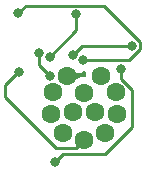
<source format=gbr>
%TF.GenerationSoftware,KiCad,Pcbnew,7.0.10*%
%TF.CreationDate,2024-04-07T04:02:17-04:00*%
%TF.ProjectId,mainbox_peripheral_steering_wheel,6d61696e-626f-4785-9f70-657269706865,rev?*%
%TF.SameCoordinates,Original*%
%TF.FileFunction,Copper,L2,Bot*%
%TF.FilePolarity,Positive*%
%FSLAX46Y46*%
G04 Gerber Fmt 4.6, Leading zero omitted, Abs format (unit mm)*
G04 Created by KiCad (PCBNEW 7.0.10) date 2024-04-07 04:02:17*
%MOMM*%
%LPD*%
G01*
G04 APERTURE LIST*
%TA.AperFunction,ComponentPad*%
%ADD10C,1.600000*%
%TD*%
%TA.AperFunction,ViaPad*%
%ADD11C,0.800000*%
%TD*%
%TA.AperFunction,Conductor*%
%ADD12C,0.250000*%
%TD*%
G04 APERTURE END LIST*
D10*
%TO.P,J3,1,1*%
%TO.N,S45*%
X138111068Y-96265959D03*
%TO.P,J3,2,2*%
%TO.N,GND*%
X135255000Y-96266000D03*
%TO.P,J3,3,3*%
%TO.N,S25*%
X134011055Y-97662609D03*
%TO.P,J3,4,4*%
%TO.N,SDA5*%
X133878506Y-99528347D03*
%TO.P,J3,5,5*%
%TO.N,doutlcd5*%
X134912673Y-101086961D03*
%TO.P,J3,6,6*%
%TO.N,S35*%
X136683040Y-101689895D03*
%TO.P,J3,7,7*%
%TO.N,SCL5*%
X138453408Y-101086961D03*
%TO.P,J3,8,8*%
%TO.N,S15*%
X139487574Y-99528347D03*
%TO.P,J3,9,9*%
%TO.N,unconnected-(J3-Pad9)*%
X139355026Y-97662609D03*
%TO.P,J3,10,10*%
%TO.N,unconnected-(J3-Pad10)*%
X136683040Y-97689993D03*
%TO.P,J3,11,11*%
%TO.N,unconnected-(J3-Pad11)*%
X135730413Y-99339990D03*
%TO.P,J3,12,12*%
%TO.N,unconnected-(J3-Pad12)*%
X137635668Y-99339990D03*
%TD*%
D11*
%TO.N,doutlcd5*%
X139830000Y-95665000D03*
%TO.N,S45*%
X131110000Y-90960000D03*
X136620000Y-94940000D03*
%TO.N,S25*%
X132830000Y-94350000D03*
X133762653Y-96252653D03*
%TO.N,SDA5*%
X133773548Y-94681245D03*
X136040000Y-91042500D03*
%TO.N,SCL5*%
X135710000Y-94490000D03*
X140713107Y-93706893D03*
%TO.N,S35*%
X131140000Y-95910000D03*
%TO.N,doutlcd5*%
X134213600Y-103581200D03*
%TD*%
D12*
%TO.N,SDA5*%
X136040000Y-92414793D02*
X136040000Y-91042500D01*
X133773548Y-94681245D02*
X136040000Y-92414793D01*
%TO.N,S25*%
X133762653Y-96252653D02*
X132830000Y-95320000D01*
X132830000Y-95320000D02*
X132830000Y-94350000D01*
%TO.N,doutlcd5*%
X134874041Y-102920759D02*
X134213600Y-103581200D01*
X138430041Y-102920759D02*
X134874041Y-102920759D01*
X140716000Y-97432592D02*
X140716000Y-100634800D01*
X139830000Y-95665000D02*
X139830000Y-96546592D01*
X139830000Y-96546592D02*
X140716000Y-97432592D01*
X140716000Y-100634800D02*
X138430041Y-102920759D01*
%TO.N,S45*%
X138349019Y-90317500D02*
X131752500Y-90317500D01*
X141438107Y-93406588D02*
X138349019Y-90317500D01*
X140505305Y-94940000D02*
X141438107Y-94007198D01*
X141438107Y-94007198D02*
X141438107Y-93406588D01*
X131752500Y-90317500D02*
X131110000Y-90960000D01*
X136620000Y-94940000D02*
X140505305Y-94940000D01*
%TO.N,SCL5*%
X140713107Y-93706893D02*
X136493107Y-93706893D01*
X136493107Y-93706893D02*
X135710000Y-94490000D01*
%TO.N,S35*%
X131130000Y-95910000D02*
X131140000Y-95910000D01*
X130180000Y-96860000D02*
X131130000Y-95910000D01*
X129983068Y-97056932D02*
X130180000Y-96860000D01*
X129983068Y-98080668D02*
X129983068Y-97056932D01*
X135960135Y-102412800D02*
X136683040Y-101689895D01*
X134315200Y-102412800D02*
X135960135Y-102412800D01*
X129983068Y-98080668D02*
X134315200Y-102412800D01*
%TD*%
%TA.AperFunction,Conductor*%
%TO.N,GND*%
G36*
X136784131Y-95860185D02*
G01*
X136829886Y-95912989D01*
X136839830Y-95982147D01*
X136836867Y-95996592D01*
X136825435Y-96039258D01*
X136825432Y-96039272D01*
X136805130Y-96271332D01*
X136779678Y-96336401D01*
X136723087Y-96377380D01*
X136688372Y-96383358D01*
X136688433Y-96384053D01*
X136456353Y-96404357D01*
X136456342Y-96404359D01*
X136236551Y-96463251D01*
X136236542Y-96463254D01*
X136171031Y-96493803D01*
X136148344Y-96504382D01*
X136095941Y-96516000D01*
X135874815Y-96516000D01*
X135881352Y-96503544D01*
X135920000Y-96346746D01*
X135920000Y-96185254D01*
X135881352Y-96028456D01*
X135874815Y-96016000D01*
X136533872Y-96016000D01*
X136533871Y-96015999D01*
X136528672Y-95996594D01*
X136530335Y-95926744D01*
X136569497Y-95868881D01*
X136633726Y-95841377D01*
X136648447Y-95840500D01*
X136717092Y-95840500D01*
X136784131Y-95860185D01*
G37*
%TD.AperFunction*%
%TD*%
M02*

</source>
